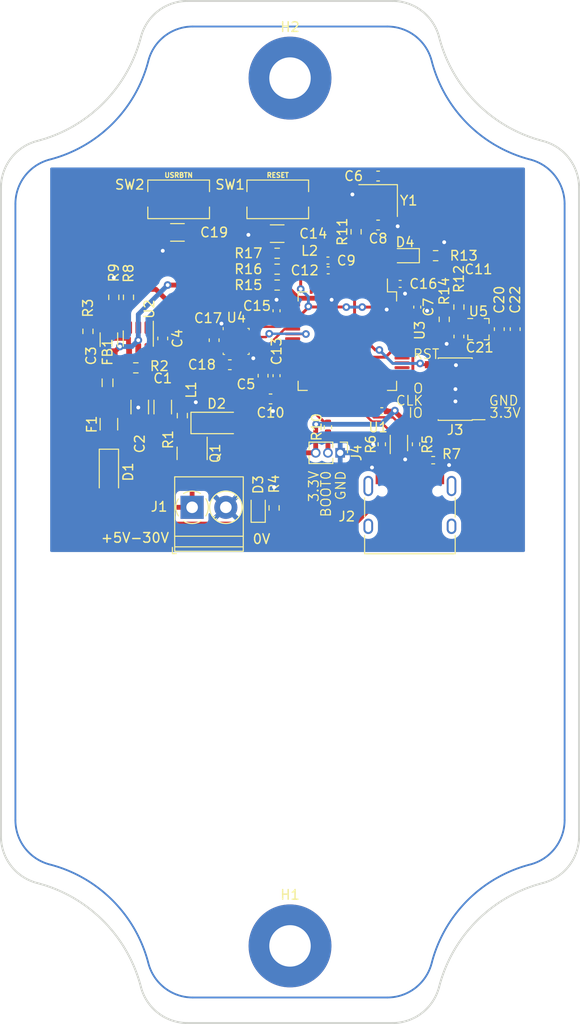
<source format=kicad_pcb>
(kicad_pcb (version 20221018) (generator pcbnew)
  (title_block (date "2023-05-21") (rev "A"))
  (layers (0 "F.Cu" signal) (31 "B.Cu" power) (34 "B.Paste" user) (35 "F.Paste" user) (36 "B.SilkS" user "B.Silkscreen") (37 "F.SilkS" user "F.Silkscreen") (38 "B.Mask" user) (39 "F.Mask" user) (44 "Edge.Cuts" user))
  (net 0 "")
  (net 1 "+3.3V")
  (net 2 "GND")
  (net 3 "+3.3VA")
  (net 4 "BUCK_IN")
  (net 5 "BUCK_SW")
  (net 6 "BUCK_BST")
  (net 7 "Net-(D1-K)")
  (net 8 "LED")
  (net 9 "+5V")
  (net 10 "Net-(D4-K)")
  (net 11 "Net-(F1-Pad1)")
  (net 12 "USB_CONN_D+")
  (net 13 "USB_CONN_D-")
  (net 14 "+24V")
  (net 15 "SWDIO")
  (net 16 "SWCLK")
  (net 17 "SWO")
  (net 20 "NRST")
  (net 21 "BUCK_FB")
  (net 22 "BUCK_EN")
  (net 23 "RCC_OSC_IN")
  (net 24 "RCC_OSC_OUT")
  (net 25 "BOOT0")
  (net 26 "USB_CONN_CC1")
  (net 27 "USB_CONN_CC2")
  (net 28 "Net-(J4-Pin_2)")
  (net 29 "VMEAS")
  (net 30 "SPI1_SCK")
  (net 31 "SPI1_MISO")
  (net 32 "SPI1_MOSI")
  (net 33 "SPI1_CSB")
  (net 34 "USB_OTG_FS_DN")
  (net 35 "I2C1_SDA")
  (net 36 "I2C1_SCL")
  (net 37 "USB_OTG_FS_DP")
  (net 38 "BTN1")
  (net 39 "Net-(C8-Pad1)")
  (net 40 "Net-(U3-VCAP1)")
  (net 41 "Net-(D2-A)")
  (net 42 "Net-(D3-K)")
  (net 43 "Net-(R16-Pad1)")
  (footprint "Package_TO_SOT_SMD:SOT-666" (layer "F.Cu") (at 97.155 95.123 90)
    (fp_text reference "U1")
    (fp_text value "USBLC6-2P6")
  )
  (footprint "LED_SMD:LED_0603_1608Metric" (layer "F.Cu") (at 97.79 75.692 180)
    (fp_text reference "D4")
    (fp_text value "GRN")
  )
  (footprint "Resistor_SMD:R_0603_1608Metric" (layer "F.Cu") (at 84.518 78.74 180)
    (fp_text reference "R15")
    (fp_text value "220k")
  )
  (footprint "Capacitor_SMD:C_0402_1005Metric" (layer "F.Cu") (at 84.455 88.138 90)
    (fp_text reference "C13")
    (fp_text value "100n")
  )
  (footprint "Resistor_SMD:R_0603_1608Metric" (layer "F.Cu") (at 67.564 80.01 90)
    (fp_text reference "R9")
    (fp_text value "10k")
  )
  (footprint "Resistor_SMD:R_0603_1608Metric" (layer "F.Cu") (at 103.382 81.0255 -90)
    (fp_text reference "R12")
    (fp_text value "10k")
  )
  (footprint "Connector_USB:USB_C_Receptacle_HRO_TYPE-C-31-M-12" (layer "F.Cu") (at 98.296 102.709)
    (fp_text reference "J2")
    (fp_text value "USB_C_Receptacle_USB2.0")
  )
  (footprint "Diode_SMD:D_MiniMELF" (layer "F.Cu") (at 78.232 93.042)
    (fp_text reference "D2")
    (fp_text value "ZMM5V6-M")
  )
  (footprint "Capacitor_SMD:C_1206_3216Metric" (layer "F.Cu") (at 72.644 91.391 90)
    (fp_text reference "C1")
    (fp_text value "10u")
  )
  (footprint "Connector_PinHeader_1.27mm:PinHeader_1x03_P1.27mm_Vertical" (layer "F.Cu") (at 91.059 96.139 -90)
    (fp_text reference "J4")
    (fp_text value "Conn_01x03_Pin")
  )
  (footprint "Package_QFP:LQFP-64_10x10mm_P0.5mm" (layer "F.Cu") (at 91.804 84.555 -90)
    (fp_text reference "U3")
    (fp_text value "STM32F401RCTx")
  )
  (footprint "Capacitor_SMD:C_0402_1005Metric" (layer "F.Cu") (at 89.789 76.2)
    (fp_text reference "C9")
    (fp_text value "1u")
  )
  (footprint "Diode_SMD:D_SOD-123" (layer "F.Cu") (at 67.056 98.122 -90)
    (fp_text reference "D1")
    (fp_text value "B5819W")
  )
  (footprint "Package_LGA:Bosch_LGA-8_2.5x2.5mm_P0.65mm_ClockwisePinNumbering" (layer "F.Cu") (at 80.264 84.582)
    (fp_text reference "U4")
    (fp_text value "BME280")
  )
  (footprint "MountingHole:MountingHole_4.3mm_M4_Pad" (layer "F.Cu") (at 85.852 147.276)
    (fp_text reference "H1")
    (fp_text value "MountingHole")
  )
  (footprint "Button_Switch_SMD:SW_Tactile_SPST_NO_Straight_CK_PTS636Sx25SMTRLFS" (layer "F.Cu") (at 84.582 69.85)
    (fp_text reference "SW1")
    (fp_text value "BTN_RSET")
  )
  (footprint "Capacitor_SMD:C_0402_1005Metric" (layer "F.Cu") (at 84.455 81.407 90)
    (fp_text reference "C15")
    (fp_text value "100n")
  )
  (footprint "Inductor_SMD:L_0402_1005Metric" (layer "F.Cu") (at 89.789 75.184 180)
    (fp_text reference "L2")
    (fp_text value "39n")
  )
  (footprint "Resistor_SMD:R_0603_1608Metric" (layer "F.Cu") (at 100.965 75.692 180)
    (fp_text reference "R13")
    (fp_text value "R47")
  )
  (footprint "Capacitor_SMD:C_1206_3216Metric" (layer "F.Cu") (at 84.52 73.406 180)
    (fp_text reference "C14")
    (fp_text value "0u1")
  )
  (footprint "Inductor_SMD:L_0805_2012Metric" (layer "F.Cu") (at 66.912 88.873 90)
    (fp_text reference "FB1")
    (fp_text value "600 @ 600MHz")
  )
  (footprint "Resistor_SMD:R_0603_1608Metric" (layer "F.Cu") (at 74.676 92.28 90)
    (fp_text reference "R1")
    (fp_text value "100k")
  )
  (footprint "Button_Switch_SMD:SW_Tactile_SPST_NO_Straight_CK_PTS636Sx25SMTRLFS" (layer "F.Cu") (at 74.295 69.85)
    (fp_text reference "SW2")
    (fp_text value "BTN1")
  )
  (footprint "Package_LGA:LGA-12_2x2mm_P0.5mm" (layer "F.Cu") (at 105.41 83.312)
    (fp_text reference "U5")
    (fp_text value "LIS2DW12")
  )
  (footprint "Capacitor_SMD:C_1206_3216Metric" (layer "F.Cu") (at 67.056 84.406 90)
    (fp_text reference "C3")
    (fp_text value "10u")
  )
  (footprint "Resistor_SMD:R_0603_1608Metric" (layer "F.Cu") (at 92.71 73.215 90)
    (fp_text reference "R11")
    (fp_text value "R47")
  )
  (footprint "Resistor_SMD:R_0603_1608Metric" (layer "F.Cu") (at 101.858 82.2955 -90)
    (fp_text reference "R14")
    (fp_text value "10k")
  )
  (footprint "Connector_PinHeader_1.27mm:PinHeader_2x05_P1.27mm_Vertical_SMD" (layer "F.Cu") (at 102.997 89.535 180)
    (fp_text reference "J3")
    (fp_text value "SWD")
  )
  (footprint "LED_SMD:LED_0603_1608Metric" (layer "F.Cu") (at 82.55 101.854 90)
    (fp_text reference "D3")
    (fp_text value "GRN")
  )
  (footprint "Resistor_SMD:R_0603_1608Metric" (layer "F.Cu") (at 84.201 101.854 -90)
    (fp_text reference "R4")
    (fp_text value "R47")
  )
  (footprint "Capacitor_SMD:C_0603_1608Metric" (layer "F.Cu") (at 109.224 83.3115 -90)
    (fp_text reference "C22")
    (fp_text value "10u")
  )
  (footprint "Capacitor_SMD:C_0603_1608Metric" (layer "F.Cu") (at 107.573 83.3115 -90)
    (fp_text reference "C20")
    (fp_text value "100n")
  )
  (footprint "Package_TO_SOT_SMD:SOT-23" (layer "F.Cu") (at 75.692 96.1898 -90)
    (fp_text reference "Q1")
    (fp_text value "AO3401A")
  )
  (footprint "Fuse:Fuse_1206_3216Metric" (layer "F.Cu") (at 67.056 93.169 -90)
    (fp_text reference "F1")
    (fp_text value "250mA")
  )
  (footprint "Resistor_SMD:R_0402_1005Metric" (layer "F.Cu") (at 100.711 96.901)
    (fp_text reference "R7")
    (fp_text value "5k1")
  )
  (footprint "Resistor_SMD:R_0603_1608Metric" (layer "F.Cu") (at 69.85 87.327 180)
    (fp_text reference "R2")
    (fp_text value "100k")
  )
  (footprint "Crystal:Crystal_SMD_3225-4Pin_3.2x2.5mm" (layer "F.Cu") (at 94.996 69.977 180)
    (fp_text reference "Y1")
    (fp_text value "16MHz")
  )
  (footprint "Capacitor_SMD:C_1206_3216Metric" (layer "F.Cu") (at 70.2564 91.391 90)
    (fp_text reference "C2")
    (fp_text value "10u")
  )
  (footprint "Resistor_SMD:R_0603_1608Metric" (layer "F.Cu") (at 64.88 83.539 90)
    (fp_text reference "R3")
    (fp_text value "68k")
  )
  (footprint "TerminalBlock_Phoenix:TerminalBlock_Phoenix_PT-1,5-2-3.5-H_1x02_P3.50mm_Horizontal" (layer "F.Cu") (at 75.692 101.789)
    (fp_text reference "J1")
    (fp_text value "Screw_Terminal_01x02")
  )
  (footprint "Capacitor_SMD:C_0603_1608Metric" (layer "F.Cu") (at 79.607 87.004)
    (fp_text reference "C18")
    (fp_text value "100n")
  )
  (footprint "Capacitor_SMD:C_0603_1608Metric" (layer "F.Cu") (at 103.382 84.0735 -90)
    (fp_text reference "C21")
    (fp_text value "100n")
  )
  (footprint "Package_TO_SOT_SMD:SOT-23-6" (layer "F.Cu") (at 70.104 84.2905 -90)
    (fp_text reference "U2")
    (fp_text value "TPMP2359DJ")
  )
  (footprint "Capacitor_SMD:C_0603_1608Metric" (layer "F.Cu") (at 94.996 67.437 180)
    (fp_text reference "C6")
    (fp_text value "10p")
  )
  (footprint "Capacitor_SMD:C_1206_3216Metric" (layer "F.Cu") (at 74.168 73.279 180)
    (fp_text reference "C19")
    (fp_text value "0u1")
  )
  (footprint "Capacitor_SMD:C_0603_1608Metric" (layer "F.Cu") (at 94.996 72.517)
    (fp_text reference "C8")
    (fp_text value "10p")
  )
  (footprint "Resistor_SMD:R_0603_1608Metric" (layer "F.Cu") (at 69.088 80.01 -90)
    (fp_text reference "R8")
    (fp_text value "30k")
  )
  (footprint "MountingHole:MountingHole_4.3mm_M4_Pad" (layer "F.Cu") (at 85.852 57.276)
    (fp_text reference "H2")
    (fp_text value "MountingHole")
  )
  (footprint "Capacitor_SMD:C_0402_1005Metric" (layer "F.Cu") (at 99.06 81.026 -90)
    (fp_text reference "C7")
    (fp_text value "100n")
  )
  (footprint "Capacitor_SMD:C_0402_1005Metric" (layer "F.Cu") (at 95.377 91.821 180)
    (fp_text reference "C11")
    (fp_text value "100n")
  )
  (footprint "Resistor_SMD:R_0603_1608Metric" (layer "F.Cu") (at 84.518 77.089)
    (fp_text reference "R16")
    (fp_text value "22k")
  )
  (footprint "Resistor_SMD:R_0402_1005Metric" (layer "F.Cu") (at 89.789 93.472 90)
    (fp_text reference "R10")
    (fp_text value "10k")
  )
  (footprint "Resistor_SMD:R_0402_1005Metric" (layer "F.Cu") (at 95.377 95.25 90)
    (fp_text reference "R6")
    (fp_text value "5k1")
  )
  (footprint "Capacitor_SMD:C_0402_1005Metric" (layer "F.Cu") (at 89.817 77.216)
    (fp_text reference "C12")
    (fp_text value "10n")
  )
  (footprint "Resistor_SMD:R_0603_1608Metric" (layer "F.Cu") (at 84.518 75.438 180)
    (fp_text reference "R17")
    (fp_text value "10k")
  )
  (footprint "Capacitor_SMD:C_0603_1608Metric" (layer "F.Cu") (at 77.978 84.455 90)
    (fp_text reference "C17")
    (fp_text value "100n")
  )
  (footprint "Capacitor_SMD:C_0603_1608Metric" (layer "F.Cu") (at 83.833 90.551 180)
    (fp_text reference "C10")
    (fp_text value "4u7")
  )
  (footprint "Capacitor_SMD:C_0603_1608Metric" (layer "F.Cu") (at 83.058 88.138 90)
    (fp_text reference "C5")
    (fp_text value "4u7")
  )
  (footprint "Inductor_SMD:L_0402_1005Metric" (layer "F.Cu") (at 74.422 89.613 -90)
    (fp_text reference "L1")
    (fp_text value "4.7u")
  )
  (footprint "Capacitor_SMD:C_0603_1608Metric" (layer "F.Cu") (at 72.644 84.279 90)
    (fp_text reference "C4")
    (fp_text value "10n")
  )
  (footprint "Capacitor_SMD:C_0402_1005Metric" (layer "F.Cu") (at 97.282 78.613)
    (fp_text reference "C16")
    (fp_text value "100n")
  )
  (footprint "Resistor_SMD:R_0402_1005Metric" (layer "F.Cu") (at 98.933 95.25 -90)
    (fp_text reference "R5")
    (fp_text value "1k5")
  )
  (gr_line (start 75.748671 152.626) (end 95.955329 152.626) (stroke (width 0.19)) (layer "B.Cu"))
  (gr_arc (start 75.748671 152.626) (mid 72.839901 151.631205) (end 71.149503 149.0635) (stroke (width 0.19)) (layer "B.Cu"))
  (gr_arc (start 71.149503 55.4885) (mid 72.839902 52.920795) (end 75.748671 51.926) (stroke (width 0.19)) (layer "B.Cu"))
  (gr_arc (start 110.7895 65.723503) (mid 104.275728 62.002272) (end 100.554497 55.4885) (stroke (width 0.19)) (layer "B.Cu"))
  (gr_arc (start 60.9145 138.828497) (mid 67.428272 142.549728) (end 71.149503 149.0635) (stroke (width 0.19)) (layer "B.Cu"))
  (gr_arc (start 100.554497 149.0635) (mid 98.864098 151.631205) (end 95.955329 152.626) (stroke (width 0.19)) (layer "B.Cu"))
  (gr_arc (start 114.352 134.229329) (mid 113.357194 137.138083) (end 110.7895 138.828497) (stroke (width 0.19)) (layer "B.Cu"))
  (gr_line (start 114.352 134.229329) (end 114.352 70.322671) (stroke (width 0.19)) (layer "B.Cu"))
  (gr_arc (start 60.9145 138.828497) (mid 58.346795 137.138098) (end 57.352 134.229329) (stroke (width 0.19)) (layer "B.Cu"))
  (gr_line (start 57.352 70.322671) (end 57.352 134.229329) (stroke (width 0.19)) (layer "B.Cu"))
  (gr_line (start 95.955329 51.926) (end 75.748671 51.926) (stroke (width 0.19)) (layer "B.Cu"))
  (gr_arc (start 95.955329 51.926) (mid 98.864099 52.920795) (end 100.554497 55.4885) (stroke (width 0.19)) (layer "B.Cu"))
  (gr_arc (start 100.554497 149.0635) (mid 104.275728 142.549728) (end 110.7895 138.828497) (stroke (width 0.19)) (layer "B.Cu"))
  (gr_arc (start 110.7895 65.723503) (mid 113.357205 67.413902) (end 114.352 70.322671) (stroke (width 0.19)) (layer "B.Cu"))
  (gr_arc (start 71.149503 55.4885) (mid 67.428272 62.002272) (end 60.9145 65.723503) (stroke (width 0.19)) (layer "B.Cu"))
  (gr_arc (start 57.352 70.322671) (mid 58.346795 67.413901) (end 60.9145 65.723503) (stroke (width 0.19)) (layer "B.Cu"))
  (gr_arc (start 101.328312 151.526) (mid 105.245398 144.669398) (end 112.102 140.752312) (stroke (width 0.2)) (layer "Edge.Cuts"))
  (gr_arc (start 70.375688 53.026) (mid 72.155055 50.323152) (end 75.216917 49.276) (stroke (width 0.2)) (layer "Edge.Cuts"))
  (gr_arc (start 96.487083 49.276) (mid 99.548954 50.323146) (end 101.328312 53.026) (stroke (width 0.2)) (layer "Edge.Cuts"))
  (gr_arc (start 55.852 68.640917) (mid 56.899154 65.579056) (end 59.602 63.799688) (stroke (width 0.2)) (layer "Edge.Cuts"))
  (gr_line (start 115.852 135.911083) (end 115.852 68.640917) (stroke (width 0.2)) (layer "Edge.Cuts"))
  (gr_arc (start 70.375688 53.026) (mid 66.458602 59.882602) (end 59.602 63.799688) (stroke (width 0.2)) (layer "Edge.Cuts"))
  (gr_line (start 75.216917 155.276) (end 96.487083 155.276) (stroke (width 0.2)) (layer "Edge.Cuts"))
  (gr_arc (start 115.852 135.911083) (mid 114.804854 138.972954) (end 112.102 140.752312) (stroke (width 0.2)) (layer "Edge.Cuts"))
  (gr_arc (start 59.602 140.752312) (mid 66.458602 144.669398) (end 70.375688 151.526) (stroke (width 0.2)) (layer "Edge.Cuts"))
  (gr_line (start 96.487083 49.276) (end 75.216917 49.276) (stroke (width 0.2)) (layer "Edge.Cuts"))
  (gr_arc (start 112.102 63.799688) (mid 114.80484 65.579056) (end 115.852 68.640917) (stroke (width 0.2)) (layer "Edge.Cuts"))
  (gr_arc (start 59.602 140.752312) (mid 56.899153 138.972945) (end 55.852 135.911083) (stroke (width 0.2)) (layer "Edge.Cuts"))
  (gr_arc (start 101.328312 151.526) (mid 99.548944 154.22884) (end 96.487083 155.276) (stroke (width 0.2)) (layer "Edge.Cuts"))
  (gr_arc (start 112.102 63.799688) (mid 105.245398 59.882602) (end 101.328312 53.026) (stroke (width 0.2)) (layer "Edge.Cuts"))
  (gr_arc (start 75.216917 155.276) (mid 72.155056 154.228846) (end 70.375688 151.526) (stroke (width 0.2)) (layer "Edge.Cuts"))
  (gr_line (start 55.852 68.640917) (end 55.852 135.911083) (stroke (width 0.2)) (layer "Edge.Cuts"))
  (gr_text "+5V-30V" (at 66.1416 105.537) (layer "F.SilkS") (effects (font (size 1 1)) (justify left bottom)))
  (gr_text "IO" (at 98.044 92.583) (layer "F.SilkS") (effects (font (size 1 1) (thickness 0.125)) (justify left bottom)))
  (gr_text "GND" (at 106.426 91.313) (layer "F.SilkS") (effects (font (size 1 1) (thickness 0.125)) (justify left bottom)))
  (gr_text "USRBTN" (at 74.295 67.6402) (layer "F.SilkS") (effects (font (size 0.5 0.5) (thickness 0.125)) (justify bottom)))
  (gr_text "RST" (at 98.552 86.487) (layer "F.SilkS") (effects (font (size 1 1) (thickness 0.125)) (justify left bottom)))
  (gr_text "BOOT0" (at 90.17 97.917 90) (layer "F.SilkS") (effects (font (size 1 1) (thickness 0.125)) (justify right bottom)))
  (gr_text "O" (at 98.552 90.043) (layer "F.SilkS") (effects (font (size 1 1) (thickness 0.125)) (justify left bottom)))
  (gr_text "GND" (at 91.694 97.917 90) (layer "F.SilkS") (effects (font (size 1 1) (thickness 0.125)) (justify right bottom)))
  (gr_text "3.3V" (at 88.9 97.917 90) (layer "F.SilkS") (effects (font (size 1 1) (thickness 0.125)) (justify right bottom)))
  (gr_text "CLK" (at 96.774 91.313) (layer "F.SilkS") (effects (font (size 1 1) (thickness 0.125)) (justify left bottom)))
  (gr_text "RESET" (at 84.582 67.6402) (layer "F.SilkS") (effects (font (size 0.5 0.5) (thickness 0.125)) (justify bottom)))
  (gr_text "3.3V" (at 106.4768 92.583) (layer "F.SilkS") (effects (font (size 1 1) (thickness 0.125)) (justify left bottom)))
  (gr_text "0V" (at 81.8896 105.664) (layer "F.SilkS") (effects (font (size 1 1)) (justify left bottom)))
  (segment (start 74.422 90.292993) (end 74.422 90.098) (width 0.5) (layer "F.Cu") (net 1))
  (segment (start 74.422 90.098) (end 75.738 90.098) (width 0.5) (layer "F.Cu") (net 1))
  (segment (start 88.519 96.139) (end 88.519 93.218) (width 0.5) (layer "F.Cu") (net 1))
  (segment (start 98.801 80.805) (end 99.06 80.546) (width 0.3) (layer "F.Cu") (net 1))
  (segment (start 102.112 81.4705) (end 103.382 80.2005) (width 0.25) (layer "F.Cu") (net 1))
  (segment (start 86.129 81.805) (end 87.005041 81.805) (width 0.3) (layer "F.Cu") (net 1))
  (segment (start 79.289 86.547) (end 78.832 87.004) (width 0.5) (layer "F.Cu") (net 1))
  (segment (start 79.289 84.932) (end 79.314 84.907) (width 0.5) (layer "F.Cu") (net 1))
  (segment (start 98.933 94.74) (end 98.933 94.037828) (width 0.5) (layer "F.Cu") (net 1))
  (segment (start 82.296 88.913) (end 83.058 88.913) (width 0.5) (layer "F.Cu") (net 1))
  (segment (start 97.479 80.805) (end 95.554 78.88) (width 0.3) (layer "F.Cu") (net 1))
  (segment (start 84.768 88.305) (end 86.129 88.305) (width 0.3) (layer "F.Cu") (net 1))
  (segment (start 69.088 79.185) (end 71.933 79.185) (width 0.5) (layer "F.Cu") (net 1))
  (segment (start 86.960188 76.504241) (end 88.950429 74.514) (width 0.3) (layer "F.Cu") (net 1))
  (segment (start 74.635 81.887) (end 74.606 81.858) (width 0.5) (layer "F.Cu") (net 1))
  (segment (start 79.314 84.907) (end 80.564 84.907) (width 0.5) (layer "F.Cu") (net 1))
  (segment (start 88.950429 74.514) (end 89.657571 74.514) (width 0.3) (layer "F.Cu") (net 1))
  (segment (start 103.382 80.2005) (end 104.3235 80.2005) (width 0.25) (layer "F.Cu") (net 1))
  (segment (start 79.048 85.366) (end 79.289 85.607) (width 0.25) (layer "F.Cu") (net 1))
  (segment (start 101.858 81.4705) (end 102.112 81.4705) (width 0.25) (layer "F.Cu") (net 1))
  (segment (start 87.757 80.9545) (end 87.8165 81.014) (width 0.3) (layer "F.Cu") (net 1))
  (segment (start 87.8165 81.014) (end 91.682 81.014) (width 0.3) (layer "F.Cu") (net 1))
  (segment (start 87.757 81.053041) (end 87.757 80.9545) (width 0.3) (layer "F.Cu") (net 1))
  (segment (start 84.455 81.887) (end 84.537 81.805) (width 0.25) (layer "F.Cu") (net 1))
  (segment (start 82.158 100.6745) (end 82.158 91.080594) (width 0.5) (layer "F.Cu") (net 1))
  (segment (start 82.158 91.080594) (end 82.158 89.051) (width 0.5) (layer "F.Cu") (net 1))
  (segment (start 74.606 81.858) (end 77.978 85.23) (width 0.5) (layer "F.Cu") (net 1))
  (segment (start 87.005041 81.805) (end 87.757 81.053041) (width 0.3) (layer "F.Cu") (net 1))
  (segment (start 84.455 81.887) (end 74.635 81.887) (width 0.5) (layer "F.Cu") (net 1))
  (segment (start 90.274 75.130429) (end 90.274 75.184) (width 0.3) (layer "F.Cu") (net 1))
  (segment (start 75.738 90.098) (end 78.832 87.004) (width 0.5) (layer "F.Cu") (net 1))
  (segment (start 95.857 91.821) (end 95.654 91.618) (width 0.5) (layer "F.Cu") (net 1))
  (segment (start 79.289 85.607) (end 79.289 86.547) (width 0.5) (layer "F.Cu") (net 1))
  (segment (start 93.345 81.026) (end 94.284041 81.026) (width 0.3) (layer "F.Cu") (net 1))
  (segment (start 71.933 79.185) (end 74.606 81.858) (width 0.5) (layer "F.Cu") (net 1))
  (segment (start 95.654 91.618) (end 95.654 90.23) (width 0.5) (layer "F.Cu") (net 1))
  (segment (start 79.289 85.607) (end 79.289 84.932) (width 0.5) (layer "F.Cu") (net 1))
  (segment (start 78.912 85.23) (end 79.289 85.607) (width 0.5) (layer "F.Cu") (net 1))
  (segment (start 104.3235 80.2005) (end 106.1725 82.0495) (width 0.25) (layer "F.Cu") (net 1))
  (segment (start 101.858 81.4705) (end 100.9335 80.546) (width 0.3) (layer "F.Cu") (net 1))
  (segment (start 72.644 92.866) (end 70.104 92.866) (width 0.5) (layer "F.Cu") (net 1))
  (segment (start 103.6185 83.062) (end 104.6475 83.062) (width 0.25) (layer "F.Cu") (net 1))
  (segment (start 72.644 92.070993) (end 74.422 90.292993) (width 0.5) (layer "F.Cu") (net 1))
  (segment (start 88.519 96.139) (end 87.216406 96.139) (width 0.5) (layer "F.Cu") (net 1))
  (segment (start 103.382 83.2985) (end 103.6185 83.062) (width 0.25) (layer "F.Cu") (net 1))
  (segment (start 95.554 91.518) (end 95.857 91.821) (width 0.3) (layer "F.Cu") (net 1))
  (segment (start 84.455 88.618) (end 84.768 88.305) (width 0.3) (layer "F.Cu") (net 1))
  (segment (start 84.412035 81.887) (end 84.455 81.887) (width 0.3) (layer "F.Cu") (net 1))
  (segment (start 95.554 79.756041) (end 95.554 78.88) (width 0.3) (layer "F.Cu") (net 1))
  (segment (start 80.589 84.932) (end 80.589 85.607) (width 0.5) (layer "F.Cu") (net 1))
  (segment (start 94.284041 81.026) (end 95.554 79.756041) (width 0.3) (layer "F.Cu") (net 1))
  (segment (start 96.716172 91.821) (end 95.857 91.821) (width 0.5) (layer "F.Cu") (net 1))
  (segment (start 86.960188 79.155812) (end 86.960188 76.504241) (width 0.3) (layer "F.Cu") (net 1))
  (segment (start 84.537 81.805) (end 86.129 81.805) (width 0.25) (layer "F.Cu") (net 1))
  (segment (start 88.519 93.218) (end 88.562502 93.174498) (width 0.5) (layer "F.Cu") (net 1))
  (segment (start 80.741 88.913) (end 82.296 88.913) (width 0.5) (layer "F.Cu") (net 1))
  (segment (start 89.657571 74.514) (end 90.274 75.130429) (width 0.3) (layer "F.Cu") (net 1))
  (segment (start 98.933 94.037828) (end 96.716172 91.821) (width 0.5) (layer "F.Cu") (net 1))
  (segment (start 107.573 82.5365) (end 109.097 82.5365) (width 0.3) (layer "F.Cu") (net 1))
  (segment (start 106.1725 82.562) (end 107.5475 82.562) (width 0.25) (layer "F.Cu") (net 1))
  (segment (start 98.933 94.74) (end 102.282 94.74) (width 0.5) (layer "F.Cu") (net 1))
  (segment (start 95.554 78.88) (end 96.535 78.88) (width 0.25) (layer "F.Cu") (net 1))
  (segment (start 84.16 88.913) (end 84.455 88.618) (width 0.5) (layer "F.Cu") (net 1))
  (segment (start 83.058 88.913) (end 84.16 88.913) (width 0.5) (layer "F.Cu") (net 1))
  (segment (start 95.554 90.23) (end 95.554 91.518) (width 0.3) (layer "F.Cu") (net 1))
  (segment (start 72.644 92.866) (end 72.644 92.070993) (width 0.5) (layer "F.Cu") (net 1))
  (segment (start 106.1725 83.062) (end 106.1725 82.562) (width 0.25) (layer "F.Cu") (net 1))
  (segment (start 77.956 85.366) (end 79.048 85.366) (width 0.25) (layer "F.Cu") (net 1))
  (segment (start 87.216406 96.139) (end 82.158 91.080594) (width 0.5) (layer "F.Cu") (net 1))
  (segment (start 77.978 85.23) (end 78.912 85.23) (width 0.5) (layer "F.Cu") (net 1))
  (segment (start 82.55 101.0665) (end 82.158 100.6745) (width 0.5) (layer "F.Cu") (net 1))
  (segment (start 91.682 81.014) (end 91.694 81.026) (width 0.3) (layer "F.Cu") (net 1))
  (segment (start 80.564 84.907) (end 80.589 84.932) (width 0.5) (layer "F.Cu") (net 1))
  (segment (start 102.282 94.74) (end 104.947 92.075) (width 0.5) (layer "F.Cu") (net 1))
  (segment (start 97.479 80.805) (end 98.801 80.805) (width 0.3) (layer "F.Cu") (net 1))
  (segment (start 106.1725 82.0495) (end 106.1725 82.562) (width 0.25) (layer "F.Cu") (net 1))
  (segment (start 78.832 87.004) (end 80.741 88.913) (width 0.5) (layer "F.Cu") (net 1))
  (segment (start 82.158 89.051) (end 82.296 88.913) (width 0.5) (layer "F.Cu") (net 1))
  (segment (start 96.535 78.88) (end 96.802 78.613) (width 0.25) (layer "F.Cu") (net 1))
  (segment (start 100.9335 80.546) (end 99.06 80.546) (width 0.3) (layer "F.Cu") (net 1))
  (segment (start 107.5475 82.562) (end 107.573 82.5365) (width 0.25) (layer "F.Cu") (net 1))
  (via (at 91.694 81.026) (size 0.8) (drill 0.4) (layers "F.Cu" "B.Cu") (net 1))
  (via (at 88.562502 93.174498) (size 0.8) (drill 0.4) (layers "F.Cu" "B.Cu") (net 1))
  (via (at 87.757 80.9545) (size 0.8) (drill 0.4) (layers "F.Cu" "B.Cu") (net 1))
  (via (at 96.733726 91.758438) (size 0.8) (drill 0.4) (layers "F.Cu" "B.Cu") (net 1))
  (via (at 86.960188 79.155812) (size 0.8) (drill 0.4) (layers "F.Cu" "B.Cu") (net 1))
  (via (at 93.345 81.026) (size 0.8) (drill 0.4) (layers "F.Cu" "B.Cu") (net 1))
  (segment (start 87.757 79.952624) (end 86.960188 79.155812) (width 0.3) (layer "B.Cu") (net 1))
  (segment (start 88.562502 93.174498) (end 95.317666 93.174498) (width 0.5) (layer "B.Cu") (net 1))
  (segment (start 91.694 81.026) (end 93.345 81.026) (width 0.3) (layer "B.Cu") (net 1))
  (segment (start 87.757 80.9545) (end 87.757 79.952624) (width 0.3) (layer "B.Cu") (net 1))
  (segment (start 95.317666 93.174498) (end 96.733726 91.758438) (width 0.5) (layer "B.Cu") (net 1))
  (segment (start 107.573 84.0865) (end 109.097 84.0865) (width 0.3) (layer "F.Cu") (net 2))
  (segment (start 105.16 84.562) (end 105.16 84.0745) (width 0.25) (layer "F.Cu") (net 2))
  (segment (start 90.297 76.2) (end 90.297 77.216) (width 0.5) (layer "F.Cu") (net 2))
  (segment (start 101.546 97.226) (end 101.546 98.664) (width 0.5) (layer "F.Cu") (net 2))
  (segment (start 84.833 81.305) (end 86.129 81.305) (width 0.25) (layer "F.Cu") (net 2))
  (segment (start 101.79 74.359) (end 101.854 74.295) (width 0.3) (layer "F.Cu") (net 2))
  (segment (start 97.479 81.305) (end 98.859 81.305) (width 0.3) (layer "F.Cu") (net 2))
  (segment (start 93.896 69.127) (end 92.544 69.127) (width 0.3) (layer "F.Cu") (net 2))
  (segment (start 83.045 73.406) (end 83.311 73.406) (width 0.5) (layer "F.Cu") (net 2))
  (segment (start 95.054 90.23) (end 95.054 91.664) (width 0.3) (layer "F.Cu") (net 2))
  (segment (start 94.221 67.437) (end 94.221 68.802) (width 0.5) (layer "F.Cu") (net 2))
  (segment (start 79.289 83.2855) (end 78.74 82.7365) (width 0.3) (layer "F.Cu") (net 2))
  (segment (start 97.762 78.613) (end 97.762 79.601) (width 0.3) (layer "F.Cu") (net 2))
  (segment (start 95.377 94.74) (end 94.998 94.74) (width 0.25) (layer "F.Cu") (net 2))
  (segment (start 80.382 87.004) (end 79.939 86.561) (width 0.25) (layer "F.Cu") (net 2))
  (segment (start 72.693 73.279) (end 72.693 75.135) (width 0.5) (layer "F.Cu") (net 2))
  (segment (start 80.741 87.363) (end 80.382 87.004) (width 0.5) (layer "F.Cu") (net 2))
  (segment (start 95.046 98.664) (end 95.046 98.348) (width 0.25) (layer "F.Cu") (net 2))
  (segment (start 97.479 81.305) (end 95.91 81.305) (width 0.3) (layer "F.Cu") (net 2))
  (segment (start 105.16 84.0745) (end 106.16 84.0745) (width 0.25) (layer "F.Cu") (net 2))
  (segment (start 83.058 90.779218) (end 84.086891 91.808109) (width 0.3) (layer "F.Cu") (net 2))
  (segment (start 90.054 78.88) (end 90.054 77.459) (width 0.3) (layer "F.Cu") (net 2))
  (segment (start 84.455 87.658) (end 84.602 87.805) (width 0.3) (layer "F.Cu") (net 2))
  (segment (start 70.42 71.006) (end 72.693 73.279) (width 0.5) (layer "F.Cu") (net 2))
  (segment (start 67.056 82.931) (end 66.639 82.514) (width 0.5) (layer "F.Cu") (net 2))
  (segment (start 66.639 80.11) (end 67.564 79.185) (width 0.5) (layer "F.Cu") (net 2))
  (segment (start 84.455 80.927) (end 84.833 81.305) (width 0.25) (layer "F.Cu") (net 2))
  (segment (start 66.839 82.714) (end 67.056 82.931) (width 0.5) (layer "F.Cu") (net 2))
  (segment (start 79.939 86.561) (end 79.939 85.607) (width 0.25) (layer "F.Cu") (net 2))
  (segment (start 74.676 91.455) (end 75.2385 90.8925) (width 0.5) (layer "F.Cu") (net 2))
  (segment (start 96.096 70.827) (end 96.096 72.192) (width 0.5) (layer "F.Cu") (net 2))
  (segment (start 72.693 75.135) (end 72.644 75.184) (width 0.5) (layer "F.Cu") (net 2))
  (segment (start 84.602 87.805) (end 86.129 87.805) (width 0.3) (layer "F.Cu") (net 2))
  (segment (start 97.4545 96.8225) (end 97.804098 96.8225) (width 0.25) (layer "F.Cu") (net 2))
  (segment (start 75.2385 90.8925) (end 76.073 90.8925) (width 0.5) (layer "F.Cu") (net 2))
  (segment (start 103.382 84.8485) (end 104.8735 84.8485) (width 0.25) (layer "F.Cu") (net 2))
  (segment (start 94.998 94.74) (end 94.488 95.25) (width 0.25) (layer "F.Cu") (net 2))
  (segment (start 94.221 68.802) (end 93.896 69.127) (width 0.5) (layer "F.Cu") (net 2))
  (segment (start 83.058 90.551) (end 83.058 90.779218) (width 0.3) (layer "F.Cu") (net 2))
  (segment (start 83.045 73.406) (end 81.661 73.406) (width 0.3) (layer "F.Cu") (net 2))
  (segment (start 101.221 96.901) (end 101.854 96.901) (width 0.5) (layer "F.Cu") (net 2))
  (segment (start 70.42 69.85) (end 70.42 71.006) (width 0.5) (layer "F.Cu") (net 2))
  (segment (start 84.16 87.363) (end 84.455 87.658) (width 0.5) (layer "F.Cu") (net 2))
  (segment (start 70.104 89.916) (end 72.644 89.916) (width 0.5) (layer "F.Cu") (net 2))
  (segment (start 83.311 73.406) (end 85.343 75.438) (width 0.5) (layer "F.Cu") (net 2))
  (segment (start 90.054 77.459) (end 90.297 77.216) (width 0.3) (layer "F.Cu") (net 2))
  (segment (start 83.801 87.004) (end 84.455 87.658) (width 0.5) (layer "F.Cu") (net 2))
  (segment (start 96.096 72.192) (end 95.771 72.517) (width 0.5) (layer "F.Cu") (net 2))
  (segment (start 90.054 80.148) (end 90.17 80.264) (width 0.3) (layer "F.Cu") (net 2))
  (segment (start 101.221 96.901) (end 101.546 97.226) (width 0.5) (layer "F.Cu") (net 2))
  (segment (start 106.16 84.0745) (end 106.1725 84.062) (width 0.25) (layer "F.Cu") (net 2))
  (segment (start 79.289 83.557) (end 78.215 83.557) (width 0.25) (layer "F.Cu") (net 2))
  (segment (start 70.104 89.916) (end 70.104 91.44) (width 0.5) (layer "F.Cu") (net 2))
  (segment (start 79.289 83.557) (end 79.289 83.2855) (width 0.3) (layer "F.Cu") (net 2))
  (segment (start 97.762 79.601) (end 97.79 79.629) (width 0.3) (layer "F.Cu") (net 2))
  (segment (start 92.544 69.127) (end 92.329 69.342) (width 0.3) (layer "F.Cu") (net 2))
  (segment (start 83.058 87.363) (end 80.741 87.363) (width 0.5) (layer "F.Cu") (net 2))
  (segment (start 97.155 96.523) (end 97.4545 96.8225) (width 0.25) (layer "F.Cu") (net 2))
  (segment (start 80.382 87.004) (end 83.801 87.004) (width 0.5) (layer "F.Cu") (net 2))
  (segment (start 84.455 80.927) (end 84.455 80.264) (width 0.5) (layer "F.Cu") (net 2))
  (segment (start 77.978 83.4985) (end 78.74 82.7365) (width 0.3) (layer "F.Cu") (net 2))
  (segment (start 80.707 71.068) (end 83.045 73.406) (width 0.5) (layer "F.Cu") (net 2))
  (segment (start 104.8735 84.8485) (end 105.16 84.562) (width 0.25) (layer "F.Cu") (net 2))
  (segment (start 84.201 101.029) (end 84.201 99.695) (width 0.5) (layer "F.Cu") (net 2))
  (segment (start 99.06 81.506) (end 99.977 81.506) (width 0.5) (layer "F.Cu") (net 2))
  (segment (start 66.639 82.514) (end 66.639 80.11) (width 0.5) (layer "F.Cu") (net 2))
  (segment (start 95.054 91.664) (end 94.897 91.821) (width 0.3) (layer "F.Cu") (net 2))
  (segment (start 77.978 83.68) (end 77.978 83.4985) (width 0.3) (layer "F.Cu") (net 2))
  (segment (start 103.0732 87.0458) (end 103.124 86.995) (width 0.3) (layer "F.Cu") (net 2))
  (segment (start 67.564 79.185) (end 67.564 77.978) (width 0.5) (layer "F.Cu") (net 2))
  (segment (start 103.124 86.995) (end 104.947 86.995) (width 0.3) (layer "F.Cu") (net 2))
  (segment (start 83.058 87.363) (end 84.16 87.363) (width 0.5) (layer "F.Cu") (net 2))
  (segment (start 81.661 73.406) (end 81.534 73.533) (width 0.3) (layer "F.Cu") (net 2))
  (segment (start 96.901 72.517) (end 97.028 72.644) (width 0.3) (layer "F.Cu") (net 2))
  (segment (start 90.054 78.88) (end 90.054 80.148) (width 0.3) (layer "F.Cu") (net 2))
  (segment (start 104.947 89.535) (end 103.0224 89.535) (width 0.3) (layer "F.Cu") (net 2))
  (segment (start 102.1205 84.8485) (end 102.108 84.836) (width 0.5) (layer "F.Cu") (net 2))
  (segment (start 107.5485 84.062) (end 107.573 84.0865) (width 0.25) (layer "F.Cu") (net 2))
  (segment (start 81.3695 87.004) (end 82.042 86.3315) (width 0.5) (layer "F.Cu") (net 2))
  (segment (start 80.382 87.004) (end 81.3695 87.004) (width 0.5) (layer "F.Cu") (net 2))
  (segment (start 106.1725 84.062) (end 107.5485 84.062) (width 0.25) (layer "F.Cu") (net 2))
  (segment (start 97.155 96.048) (end 97.155 96.523) (width 0.25) (layer "F.Cu") (net 2))
  (segment (start 104.947 90.805) (end 103.0224 90.805) (width 0.3) (layer "F.Cu") (net 2))
  (segment (start 99.977 81.506) (end 100.076 81.407) (width 0.5) (layer "F.Cu") (net 2))
  (segment (start 106.1725 83.562) (end 106.1725 84.062) (width 0.25) (layer "F.Cu") (net 2))
  (segment (start 95.046 98.348) (end 94.361 97.663) (width 0.25) (layer "F.Cu") (net 2))
  (segment (start 98.859 81.305) (end 99.06 81.506) (width 0.3) (layer "F.Cu") (net 2))
  (segment (start 80.707 69.85) (end 80.707 71.068) (width 0.5) (layer "F.Cu") (net 2))
  (segment (start 64.88 82.714) (end 66.839 82.714) (width 0.5) (layer "F.Cu") (net 2))
  (segment (start 95.91 81.305) (end 95.885 81.28) (width 0.3) (layer "F.Cu") (net 2))
  (segment (start 78.215 83.557) (end 77.956 83.816) (width 0.25) (layer "F.Cu") (net 2))
  (segment (start 95.771 72.517) (end 96.901 72.517) (width 0.3) (layer "F.Cu") (net 2))
  (segment (start 103.382 84.8485) (end 102.1205 84.8485) (width 0.5) (layer "F.Cu") (net 2))
  (segment (start 101.854 96.901) (end 102.362 97.409) (width 0.5) (layer "F.Cu") (net 2))
  (segment (start 101.79 75.692) (end 101.79 74.359) (width 0.3) (layer "F.Cu") (net 2))
  (via (at 76.073 90.8925) (size 0.8) (drill 0.4) (layers "F.Cu" "B.Cu") (net 2))
  (via (at 101.854 74.295) (size 0.8) (drill 0.4) (layers "F.Cu" "B.Cu") (net 2))
  (via (at 70.104 91.44) (size 0.8) (drill 0.4) (layers "F.Cu" "B.Cu") (net 2))
  (via (at 84.086891 91.808109) (size 0.8) (drill 0.4) (layers "F.Cu" "B.Cu") (net 2))
  (via (at 103.0224 90.805) (size 0.8) (drill 0.4) (layers "F.Cu" "B.Cu") (net 2))
  (via (at 97.028 72.644) (size 0.8) (drill 0.4) (layers "F.Cu" "B.Cu") (net 2))
  (via (at 92.329 69.342) (size 0.8) (drill 0.4) (layers "F.Cu" "B.Cu") (net 2))
  (via (at 90.17 80.264) (size 0.8) (drill 0.4) (layers "F.Cu" "B.Cu") (net 2))
  (via (at 67.564 77.978) (size 0.8) (drill 0.4) (layers "F.Cu" "B.Cu") (net 2))
  (via (at 84.455 80.264) (size 0.8) (drill 0.4) (layers "F.Cu" "B.Cu") (net 2))
  (via (at 97.804098 96.8225) (size 0.8) (drill 0.4) (layers "F.Cu" "B.Cu") (net 2))
  (via (at 103.0732 87.0458) (size 0.8) (drill 0.4) (layers "F.Cu" "B.Cu") (net 2))
  (via (at 82.042 86.3315) (size 0.8) (drill 0.4) (layers "F.Cu" "B.Cu") (net 2))
  (via (at 78.74 82.7365) (size 0.8) (drill 0.4) (layers "F.Cu" "B.Cu") (net 2))
  (via (at 102.362 97.409) (size 0.8) (drill 0.4) (layers "F.Cu" "B.Cu") (net 2))
  (via (at 94.488 95.25) (size 0.8) (drill 0.4) (layers "F.Cu" "B.Cu") (net 2))
  (via (at 97.79 79.629) (size 0.8) (drill 0.4) (layers "F.Cu" "B.Cu") (net 2))
  (via (at 84.201 99.695) (size 0.8) (drill 0.4) (layers "F.Cu" "B.Cu") (net 2))
  (via (at 81.534 73.533) (size 0.8) (drill 0.4) (layers "F.Cu" "B.Cu") (net 2))
  (via (at 100.076 81.407) (size 0.8) (drill 0.4) (layers "F.Cu" "B.Cu") (net 2))
  (via (at 72.644 75.184) (size 0.8) (drill 0.4) (layers "F.Cu" "B.Cu") (net 2))
  (via (at 95.885 81.28) (size 0.8) (drill 0.4) (layers "F.Cu" "B.Cu") (net 2))
  (via (at 94.361 97.663) (size 0.8) (drill 0.4) (layers "F.Cu" "B.Cu") (net 2))
  (via (at 103.0224 89.535) (size 0.8) (drill 0.4) (layers "F.Cu" "B.Cu") (net 2))
  (via (at 102.108 84.836) (size 0.8) (drill 0.4) (layers "F.Cu" "B.Cu") (net 2))
  (segment (start 89.554 77.433) (end 89.337 77.216) (width 0.3) (layer "F.Cu") (net 3))
  (segment (start 89.304 76.167) (end 89.337 76.2) (width 0.5) (layer "F.Cu") (net 3))
  (segment (start 89.304 75.184) (end 89.304 76.167) (width 0.5) (layer "F.Cu") (net 3))
  (segment (start 89.337 76.2) (end 89.337 77.216) (width 0.5) (layer "F.Cu") (net 3))
  (segment (start 89.554 78.88) (end 89.554 77.433) (width 0.3) (layer "F.Cu") (net 3))
  (segment (start 70.104 86.756) (end 70.104 85.428) (width 0.5) (layer "F.Cu") (net 4))
  (segment (start 67.433 85.881) (end 68.199 85.115) (width 0.5) (layer "F.Cu") (net 4))
  (segment (start 67.056 85.881) (end 67.056 87.6665) (width 0.5) (layer "F.Cu") (net 4))
  (segment (start 67.056 85.881) (end 67.433 85.881) (width 0.5) (layer "F.Cu") (net 4))
  (segment (start 67.056 87.6665) (end 66.912 87.8105) (width 0.5) (layer "F.Cu") (net 4))
  (segment (start 73.152 78.74) (end 83.693 78.74) (width 0.5) (layer "F.Cu") (net 4))
  (segment (start 70.104 84.455) (end 70.104 85.428) (width 0.5) (layer "F.Cu") (net 4))
  (segment (start 70.675 87.327) (end 70.104 86.756) (width 0.5) (layer "F.Cu") (net 4))
  (via (at 68.199 85.115) (size 0.8) (drill 0.4) (layers "F.Cu" "B.Cu") (net 4))
  (via (at 70.104 84.455) (size 0.8) (drill 0.4) (layers "F.Cu" "B.Cu") (net 4))
  (via (at 73.152 78.74) (size 0.8) (drill 0.4) (layers "F.Cu" "B.Cu") (net 4))
  (segment (start 70.104 84.455) (end 70.104 81.788) (width 0.5) (layer "B.Cu") (net 4))
  (segment (start 68.199 85.115) (end 69.444 85.115) (width 0.5) (layer "B.Cu") (net 4))
  (segment (start 70.104 81.788) (end 73.152 78.74) (width 0.5) (layer "B.Cu") (net 4))
  (segment (start 69.444 85.115) (end 70.104 84.455) (width 0.5) (layer "B.Cu") (net 4))
  (segment (start 71.054 85.428) (end 72.27 85.428) (width 0.5) (layer "F.Cu") (net 5))
  (segment (start 72.27 85.428) (end 72.644 85.054) (width 0.5) (layer "F.Cu") (net 5))
  (segment (start 72.644 83.504) (end 71.405 83.504) (width 0.5) (layer "F.Cu") (net 6))
  (segment (start 71.405 83.504) (end 71.054 83.153) (width 0.5) (layer "F.Cu") (net 6))
  (segment (start 68.834 94.566) (end 67.059 94.566) (width 0.5) (layer "F.Cu") (net 7))
  (segment (start 76.642 93.075) (end 76.581 93.014) (width 0.5) (layer "F.Cu") (net 7))
  (segment (start 67.056 96.472) (end 67.056 94.569) (width 0.5) (layer "F.Cu") (net 7))
  (segment (start 76.482 93.618) (end 74.742 95.358) (width 0.5) (layer "F.Cu") (net 7))
  (segment (start 67.059 94.566) (end 67.056 94.569) (width 0.5) (layer "F.Cu") (net 7))
  (segment (start 69.626 95.358) (end 68.834 94.566) (width 0.5) (layer "F.Cu") (net 7))
  (segment (start 76.482 93.042) (end 76.482 93.618) (width 0.5) (layer "F.Cu") (net 7))
  (segment (start 74.742 95.358) (end 69.626 95.358) (width 0.5) (layer "F.Cu") (net 7))
  (segment (start 97.0025 75.692) (end 95.054 77.6405) (width 0.3) (layer "F.Cu") (net 8))
  (segment (start 95.054 77.6405) (end 95.054 78.88) (width 0.3) (layer "F.Cu") (net 8))
  (segment (start 95.846 97.668661) (end 93.738 95.560661) (width 0.3) (layer "F.Cu") (net 9))
  (segment (start 92.562497 103.529) (end 95.157497 100.934) (width 0.5) (layer "F.Cu") (net 9))
  (segment (start 100.746 99.382274) (end 100.646 99.482274) (width 0.5) (layer "F.Cu") (net 9))
  (segment (start 96.08 94.873) (end 97.105 94.873) (width 0.3) (layer "F.Cu") (net 9))
  (segment (start 93.738 94.939339) (end 94.557339 94.12) (width 0.3) (layer "F.Cu") (net 9))
  (segment (start 95.846 99.368) (end 95.946 99.468) (width 0.5) (layer "F.Cu") (net 9))
  (segment (start 95.846 99.523695) (end 96.496 100.173695) (width 0.3) (layer "F.Cu") (net 9))
  (segment (start 96.496 100.189) (end 96.596 100.289) (width 0.5) (layer "F.Cu") (net 9))
  (segment (start 97.105 94.873) (end 97.155 94.823) (width 0.3) (layer "F.Cu") (net 9))
  (segment (start 100.746 99.523695) (end 100.096 100.173695) (width 0.3) (layer "F.Cu") (net 9))
  (segment (start 95.157497 100.934) (end 95.751 100.934) (width 0.5) (layer "F.Cu") (net 9))
  (segment (start 100.096 100.173695) (end 100.096 100.189) (width 0.3) (layer "F.Cu") (net 9))
  (segment (start 96.08 94.407252) (end 96.08 94.873) (width 0.3) (layer "F.Cu") (net 9))
  (segment (start 95.846 98.664) (end 95.846 99.368) (width 0.5) (layer "F.Cu") (net 9))
  (segment (start 95.846 98.664) (end 95.846 97.668661) (width 0.3) (layer "F.Cu") (net 9))
  (segment (start 96.596 100.289) (end 99.996 100.289) (width 0.5) (layer "F.Cu") (net 9))
  (segment (start 95.792748 94.12) (end 96.08 94.407252) (width 0.3) (layer "F.Cu") (net 9))
  (segment (start 95.751 100.934) (end 96.496 100.189) (width 0.5) (layer "F.Cu") (net 9))
  (segment (start 93.738 95.560661) (end 93.738 94.939339) (width 0.3) (layer "F.Cu") (net 9))
  (segment (start 70.813 103.529) (end 92.562497 103.529) (width 0.5) (layer "F.Cu") (net 9))
  (segment (start 100.746 98.664) (end 100.746 99.523695) (width 0.3) (layer "F.Cu") (net 9))
  (segment (start 97.155 94.823) (end 97.155 94.198) (width 0.3) (layer "F.Cu") (net 9))
  (segment (start 96.496 100.173695) (end 96.496 100.189) (width 0.3) (layer "F.Cu") (net 9))
  (segment (start 100.746 98.664) (end 100.746 99.382274) (width 0.5) (layer "F.Cu") (net 9))
  (segment (start 67.056 99.772) (end 70.813 103.529) (width 0.5) (layer "F.Cu") (net 9))
  (segment (start 99.996 100.289) (end 100.096 100.189) (width 0.5) (layer "F.Cu") (net 9))
  (segment (start 94.557339 94.12) (end 95.792748 94.12) (width 0.3) (layer "F.Cu") (net 9))
  (segment (start 95.846 98.664) (end 95.846 99.523695) (width 0.3) (layer "F.Cu") (net 9))
  (segment (start 98.5775 75.692) (end 100.14 75.692) (width 0.3) (layer "F.Cu") (net 10))
  (segment (start 66.912 91.625) (end 67.056 91.769) (width 0.5) (layer "F.Cu") (net 11))
  (segment (start 66.912 89.9355) (end 66.912 91.625) (width 0.5) (layer "F.Cu") (net 11))
  (segment (start 97.6925 95.973) (end 98.72 95.973) (width 0.3) (layer "F.Cu") (net 12))
  (segment (start 98.046 98.664) (end 98.046 99.689) (width 0.25) (layer "F.Cu") (net 12))
  (segment (start 99.046 95.873) (end 99.046 98.664) (width 0.25) (layer "F.Cu") (net 12))
  (segment (start 98.933 95.76) (end 99.046 95.873) (width 0.25) (layer "F.Cu") (net 12))
  (segment (start 98.914 99.714) (end 99.046 99.582) (width 0.25) (layer "F.Cu") (net 12))
  (segment (start 98.071 99.714) (end 98.914 99.714) (width 0.25) (layer "F.Cu") (net 12))
  (segment (start 98.72 95.973) (end 98.933 95.76) (width 0.3) (layer "F.Cu") (net 12))
  (segment (start 98.046 99.689) (end 98.071 99.714) (width 0.25) (layer "F.Cu") (net 12))
  (segment (start 99.046 99.582) (end 99.046 98.664) (width 0.25) (layer "F.Cu") (net 12))
  (segment (start 97.770396 95.973) (end 97.6925 95.973) (width 0.25) (layer "F.Cu") (net 12))
  (segment (start 97.546 98.664) (end 97.546 97.639) (width 0.25) (layer "F.Cu") (net 13))
  (segment (start 98.521 97.614) (end 98.546 97.639) (width 0.25) (layer "F.Cu") (net 13))
  (segment (start 97.571 97.614) (end 98.521 97.614) (width 0.25) (layer "F.Cu") (net 13))
  (segment (start 98.546 97.639) (end 98.546 98.664) (width 0.25) (layer "F.Cu") (net 13))
  (segment (start 96.6175 96.6605) (end 97.571 97.614) (width 0.25) (layer "F.Cu") (net 13))
  (segment (start 97.546 97.639) (end 97.571 97.614) (width 0.25) (layer "F.Cu") (net 13))
  (segment (start 96.6175 95.973) (end 96.6175 96.6605) (width 0.25) (layer "F.Cu") (net 13))
  (segment (start 97.247 89.105) (end 94.802959 89.105) (width 0.3) (layer "F.Cu") (net 15))
  (segment (start 101.047 92.075) (end 100.217 92.075) (width 0.3) (layer "F.Cu") (net 15))
  (segment (start 94.802959 89.105) (end 94.554 89.353959) (width 0.3) (layer "F.Cu") (net 15))
  (segment (start 94.554 89.353959) (end 94.554 90.23) (width 0.3) (layer "F.Cu") (net 15))
  (segment (start 100.217 92.075) (end 97.247 89.105) (width 0.3) (layer "F.Cu") (net 15))
  (segment (start 101.047 90.805) (end 99.979 90.805) (width 0.3) (layer "F.Cu") (net 16))
  (segment (start 99.979 90.805) (end 97.479 88.305) (width 0.3) (layer "F.Cu") (net 16))
  (segment (start 98.604 85.523) (end 98.386 85.305) (width 0.3) (layer "F.Cu") (net 17))
  (segment (start 98.386 85.305) (end 97.479 85.305) (width 0.3) (layer "F.Cu") (net 17))
  (segment (start 98.604 87.922) (end 98.604 85.523) (width 0.3) (layer "F.Cu") (net 17))
  (segment (start 100.217 89.535) (end 98.604 87.922) (width 0.3) (layer "F.Cu") (net 17))
  (segment (start 101.047 89.535) (end 100.217 89.535) (width 0.3) (layer "F.Cu") (net 17))
  (segment (start 85.995 72.312) (end 88.457 69.85) (width 0.5) (layer "F.Cu") (net 20))
  (segment (start 99.4805 86.995) (end 99.3535 86.868) (width 0.3) (layer "F.Cu") (net 20))
  (segment (start 92.554 78.003959) (end 92.554 78.88) (width 0.3) (layer "F.Cu") (net 20))
  (segment (start 101.047 86.995) (end 99.4805 86.995) (width 0.3) (layer "F.Cu") (net 20))
  (segment (start 95.123 85.471) (end 94.7075 85.471) (width 0.3) (layer "F.Cu") (net 20))
  (segment (start 91.694 73.087) (end 91.694 77.143959) (width 0.3) (layer "F.Cu") (net 20))
  (segment (start 91.694 77.143959) (end 92.554 78.003959) (width 0.3) (layer "F.Cu") (net 20))
  (segment (start 94.7075 85.471) (end 92.554 83.3175) (width 0.3) (layer "F.Cu") (net 20))
  (segment (start 92.554 83.3175) (end 92.554 78.88) (width 0.3) (layer "F.Cu") (net 20))
  (segment (start 88.457 69.85) (end 91.694 73.087) (width 0.3) (layer "F.Cu") (net 20))
  (segment (start 85.995 73.406) (end 85.995 72.312) (width 0.5) (layer "F.Cu") (net 20))
  (via (at 99.3535 86.868) (size 0.8) (drill 0.4) (layers "F.Cu" "B.Cu") (net 20))
  (via (at 95.123 85.471) (size 0.8) (drill 0.4) (layers "F.Cu" "B.Cu") (net 20))
  (segment (start 96.52 86.868) (end 95.123 85.471) (width 0.3) (layer "B.Cu") (net 20))
  (segment (start 99.3535 86.868) (end 96.52 86.868) (width 0.3) (layer "B.Cu") (net 20))
  (segment (start 69.088 80.786) (end 67.564 80.786) (width 0.5) (layer "F.Cu") (net 21))
  (segment (start 69.088 83.087) (end 69.154 83.153) (width 0.5) (layer "F.Cu") (net 21))
  (segment (start 69.088 80.786) (end 69.088 83.087) (width 0.5) (layer "F.Cu") (net 21))
  (segment (start 69.154 87.198) (end 69.025 87.327) (width 0.5) (layer "F.Cu") (net 22))
  (segment (start 69.088 84.2655) (end 69.088 85.362) (width 0.5) (layer "F.Cu") (net 22))
  (segment (start 64.88 84.364) (end 64.9785 84.2655) (width 0.5) (layer "F.Cu") (net 22))
  (segment (start 69.088 85.362) (end 69.154 85.428) (width 0.5) (layer "F.Cu") (net 22))
  (segment (start 64.9785 84.2655) (end 69.088 84.2655) (width 0.5) (layer "F.Cu") (net 22))
  (segment (start 69.154 85.428) (end 69.154 87.198) (width 0.5) (layer "F.Cu") (net 22))
  (segment (start 94.996 76.597315) (end 93.554 78.039315) (width 0.25) (layer "F.Cu") (net 23))
  (segment (start 95.771 68.802) (end 96.096 69.127) (width 0.5) (layer "F.Cu") (net 23))
  (segment (start 93.554 78.039315) (end 93.554 78.88) (width 0.25) (layer "F.Cu") (net 23))
  (segment (start 95.771 67.437) (end 95.771 68.802) (width 0.5) (layer "F.Cu") (net 23))
  (segment (start 94.996 69.977) (end 94.996 76.597315) (width 0.25) (layer "F.Cu") (net 23))
  (segment (start 96.096 69.127) (end 95.846 69.127) (width 0.25) (layer "F.Cu") (net 23))
  (segment (start 95.846 69.127) (end 94.996 69.977) (width 0.25) (layer "F.Cu") (net 23))
  (segment (start 93.054 74.384) (end 93.054 78.88) (width 0.25) (layer "F.Cu") (net 24))
  (segment (start 92.71 74.04) (end 93.054 74.384) (width 0.25) (layer "F.Cu") (net 24))
  (segment (start 89.789 92.962) (end 89.409959 92.962) (width 0.3) (layer "F.Cu") (net 25))
  (segment (start 87.503 89.154) (end 90.436 86.221) (width 0.3) (layer "F.Cu") (net 25))
  (segment (start 95.77 86.221) (end 96.354 85.637) (width 0.3) (layer "F.Cu") (net 25))
  (segment (start 90.436 86.221) (end 95.77 86.221) (width 0.3) (layer "F.Cu") (net 25))
  (segment (start 96.354 83.053959) (end 96.602959 82.805) (width 0.3) (layer "F.Cu") (net 25))
  (segment (start 96.354 85.637) (end 96.354 83.053959) (width 0.3) (layer "F.Cu") (net 25))
  (segment (start 89.409959 92.962) (end 87.503 91.055041) (width 0.3) (layer "F.Cu") (net 25))
  (segment (start 96.602959 82.805) (end 97.479 82.805) (width 0.3) (layer "F.Cu") (net 25))
  (segment (start 87.503 91.055041) (end 87.503 89.154) (width 0.3) (layer "F.Cu") (net 25))
  (segment (start 97.046 97.725396) (end 97.046 98.664) (width 0.25) (layer "F.Cu") (net 26))
  (segment (start 95.377 95.76) (end 95.377 96.056396) (width 0.25) (layer "F.Cu") (net 26))
  (segment (start 95.377 96.056396) (end 97.046 97.725396) (width 0.25) (layer "F.Cu") (net 26))
  (segment (start 100.201 96.901) (end 100.046 97.056) (width 0.3) (layer "F.Cu") (net 27))
  (segment (start 100.046 97.056) (end 100.046 98.664) (width 0.3) (layer "F.Cu") (net 27))
  (segment (start 89.789 93.982) (end 89.789 96.139) (width 0.5) (layer "F.Cu") (net 28))
  (segment (start 89.054 79.983) (end 89.054 78.88) (width 0.3) (layer "F.Cu") (net 29))
  (segment (start 85.343 77.089) (end 85.343 78.74) (width 0.5) (layer "F.Cu") (net 29))
  (segment (start 86.708 80.105) (end 88.932 80.105) (width 0.5) (layer "F.Cu") (net 29))
  (segment (start 88.932 80.105) (end 89.027 80.01) (width 0.5) (layer "F.Cu") (net 29))
  (segment (start 89.027 80.01) (end 89.054 79.983) (width 0.3) (layer "F.Cu") (net 29))
  (segment (start 85.343 78.74) (end 86.708 80.105) (width 0.5) (layer "F.Cu") (net 29))
  (segment (start 85.141005 82.805) (end 84.88169 83.064315) (width 0.25) (layer "F.Cu") (net 30))
  (segment (start 81.731685 83.064315) (end 81.239 83.557) (width 0.25) (layer "F.Cu") (net 30))
  (segment (start 86.129 82.805) (end 85.141005 82.805) (width 0.25) (layer "F.Cu") (net 30))
  (segment (start 84.88169 83.064315) (end 81.731685 83.064315) (width 0.25) (layer "F.Cu") (net 30))
  (segment (start 81.239 85.607) (end 82.5035 85.607) (width 0.25) (layer "F.Cu") (net 31))
  (segment (start 86.129 83.305) (end 85.277401 83.305) (width 0.25) (layer "F.Cu") (net 31))
  (segment (start 85.277401 83.305) (end 82.975401 85.607) (width 0.25) (layer "F.Cu") (net 31))
  (segment (start 82.975401 85.607) (end 81.239 85.607) (width 0.25) (layer "F.Cu") (net 31))
  (segment (start 87.503 83.82) (end 86.144 83.82) (width 0.25) (layer "F.Cu") (net 32))
  (segment (start 80.589 84.057) (end 80.664 84.132) (width 0.25) (layer "F.Cu") (net 32))
  (segment (start 83.349815 84.132) (end 83.693 83.788815) (width 0.25) (layer "F.Cu") (net 32))
  (segment (start 80.589 83.557) (end 80.589 84.057) (width 0.25) (layer "F.Cu") (net 32))
  (segment (start 80.664 84.132) (end 83.349815 84.132) (width 0.25) (layer "F.Cu") (net 32))
  (segment (start 86.144 83.82) (end 86.129 83.805) (width 0.25) (layer "F.Cu") (net 32))
  (via (at 83.693 83.788815) (size 0.8) (drill 0.4) (layers "F.Cu" "B.Cu") (net 32))
  (via (at 87.503 83.82) (size 0.8) (drill 0.4) (layers "F.Cu" "B.Cu") (net 32))
  (segment (start 87.471815 83.788815) (end 87.503 83.82) (width 0.25) (layer "B.Cu") (net 32))
  (segment (start 83.693 83.788815) (end 87.471815 83.788815) (width 0.25) (layer "B.Cu") (net 32))
  (segment (start 85.004609 82.305) (end 84.817609 82.492) (width 0.25) (layer "F.Cu") (net 33))
  (segment (start 80.504 82.492) (end 79.939 83.057) (width 0.25) (layer "F.Cu") (net 33))
  (segment (start 84.817609 82.492) (end 80.504 82.492) (width 0.25) (layer "F.Cu") (net 33))
  (segment (start 86.129 82.305) (end 85.004609 82.305) (width 0.25) (layer "F.Cu") (net 33))
  (segment (start 79.939 83.057) (end 79.939 83.557) (width 0.25) (layer "F.Cu") (net 33))
  (segment (start 93.578999 91.059) (end 93.578999 90.254999) (width 0.25) (layer "F.Cu") (net 34))
  (segment (start 95.2505 92.906) (end 94.377995 92.906) (width 0.25) (layer "F.Cu") (net 34))
  (segment (start 96.6175 94.273) (end 95.2505 92.906) (width 0.25) (layer "F.Cu") (net 34))
  (segment (start 96.6175 94.172981) (end 96.6175 94.273) (width 0.2) (layer "F.Cu") (net 34))
  (segment (start 93.578999 91.059) (end 93.578999 92.071622) (width 0.25) (layer "F.Cu") (net 34))
  (segment (start 94.377995 92.906) (end 93.578999 92.107004) (width 0.25) (layer "F.Cu") (net 34))
  (segment (start 93.578999 90.254999) (end 93.554 90.23) (width 0.25) (layer "F.Cu") (net 34))
  (segment (start 93.578999 92.107004) (end 93.578999 92.071622) (width 0.25) (layer "F.Cu") (net 34))
  (segment (start 97.479 83.305) (end 101.6735 83.305) (width 0.3) (layer "F.Cu") (net 35))
  (segment (start 104.6475 84.062) (end 104.636 84.0735) (width 0.25) (layer "F.Cu") (net 35))
  (segment (start 104.636 84.0735) (end 102.811 84.0735) (width 0.25) (layer "F.Cu") (net 35))
  (segment (start 101.6735 83.305) (end 101.858 83.1205) (width 0.3) (layer "F.Cu") (net 35))
  (segment (start 102.811 84.0735) (end 101.858 83.1205) (width 0.25) (layer "F.Cu") (net 35))
  (segment (start 103.382 81.8505) (end 103.936 81.8505) (width 0.25) (layer "F.Cu") (net 36))
  (segment (start 103.382 81.8505) (end 102.9275 82.305) (width 0.3) (layer "F.Cu") (net 36))
  (segment (start 103.936 81.8505) (end 104.6475 82.562) (width 0.25) (layer "F.Cu") (net 36))
  (segment (start 102.9275 82.305) (end 97.479 82.305) (width 0.3) (layer "F.Cu") (net 36))
  (segment (start 94.054 91.860256) (end 94.029001 91.885255) (width 0.25) (layer "F.Cu") (net 37))
  (segment (start 96.538 92.456) (end 97.6925 93.6105) (width 0.25) (layer "F.Cu") (net 37))
  (segment (start 94.029001 90.254999) (end 94.054 90.23) (width 0.25) (layer "F.Cu") (net 37))
  (segment (start 94.054 90.23) (end 94.054 91.860256) (width 0.25) (layer "F.Cu") (net 37))
  (segment (start 96.538 92.456) (end 94.564391 92.456) (width 0.25) (layer "F.Cu") (net 37))
  (segment (start 94.029001 91.92061) (end 94.029001 91.885255) (width 0.25) (layer "F.Cu") (net 37))
  (segment (start 94.564391 92.456) (end 94.029001 91.92061) (width 0.25) (layer "F.Cu") (net 37))
  (segment (start 94.029001 91.186) (end 94.029001 90.254999) (width 0.25) (layer "F.Cu") (net 37))
  (segment (start 97.605 94.1855) (end 97.6925 94.273) (width 0.2) (layer "F.Cu") (net 37))
  (segment (start 97.6925 93.6105) (end 97.6925 94.273) (width 0.25) (layer "F.Cu") (net 37))
  (segment (start 94.029001 91.186) (end 94.029001 91.885255) (width 0.2) (layer "F.Cu") (net 37))
  (segment (start 78.17 70.752) (end 75.643 73.279) (width 0.5) (layer "F.Cu") (net 38))
  (segment (start 78.17 69.85) (end 78.17 70.752) (width 0.5) (layer "F.Cu") (net 38))
  (segment (start 92.837 72.517) (end 92.71 72.39) (width 0.25) (layer "F.Cu") (net 39))
  (segment (start 93.896 72.192) (end 94.221 72.517) (width 0.25) (layer "F.Cu") (net 39))
  (segment (start 93.896 70.827) (end 93.896 72.192) (width 0.25) (layer "F.Cu") (net 39))
  (segment (start 94.221 72.517) (end 92.837 72.517) (width 0.25) (layer "F.Cu") (net 39))
  (segment (start 85.358 90.551) (end 87.376 88.533) (width 0.3) (layer "F.Cu") (net 40))
  (segment (start 87.376 88.533) (end 87.376 87.675959) (width 0.3) (layer "F.Cu") (net 40))
  (segment (start 84.608 90.551) (end 85.358 90.551) (width 0.3) (layer "F.Cu") (net 40))
  (segment (start 87.005041 87.305) (end 86.129 87.305) (width 0.3) (layer "F.Cu") (net 40))
  (segment (start 87.376 87.675959) (end 87.005041 87.305) (width 0.3) (layer "F.Cu") (net 40))
  (segment (start 75.792051 91.742) (end 74.676 92.858051) (width 0.5) (layer "F.Cu") (net 41))
  (segment (start 76.642 95.358) (end 77.666 95.358) (width 0.5) (layer "F.Cu") (net 41))
  (segment (start 74.676 92.858051) (end 74.676 93.105) (width 0.5) (layer "F.Cu") (net 41))
  (segment (start 74.767 93.014) (end 74.676 93.105) (width 0.3) (layer "F.Cu") (net 41))
  (segment (start 78.682 91.742) (end 75.792051 91.742) (width 0.5) (layer "F.Cu") (net 41))
  (segment (start 79.982 93.042) (end 78.682 91.742) (width 0.5) (layer "F.Cu") (net 41))
  (segment (start 77.666 95.358) (end 79.982 93.042) (width 0.5) (layer "F.Cu") (net 41))
  (segment (start 82.55 102.6415) (end 84.1635 102.6415) (width 0.5) (layer "F.Cu") (net 42))
  (segment (start 84.1635 102.6415) (end 84.201 102.679) (width 0.5) (layer "F.Cu") (net 42))
  (segment (start 83.693 75.438) (end 83.693 77.089) (width 0.5) (layer "F.Cu") (net 43))
  (zone (net 5) (net_name "BUCK_SW") (layer "F.Cu") (name "BUCK_SW") (priority 1) (connect_pads (clearance 0.5)) (min_thickness 0.25) (fill yes (thermal_gap 0.5) (thermal_bridge_width 0.5) (smoothing fillet) (radius 1))
    (polygon (pts (xy 70.866 86.487) (xy 73.914 89.535) (xy 75.565 89.535) (xy 76.8096 88.2142) (xy 73.279 84.455) (xy 70.866 84.455)))
  )
  (zone (net 2) (net_name "GND") (layer "F.Cu") (priority 3) (connect_pads (clearance 0.5)) (min_thickness 0.25) (fill yes (thermal_gap 0.5) (thermal_bridge_width 0.5))
    (polygon (pts (xy 77.597 82.423) (xy 77.597 83.947) (xy 79.375 83.947) (xy 79.375 82.423)))
  )
  (zone (net 14) (net_name "+24V") (layer "F.Cu") (connect_pads (clearance 0.5)) (min_thickness 0.25) (fill yes (thermal_gap 0.5) (thermal_bridge_width 0.5))
    (polygon (pts (xy 76.835 96.647) (xy 71.628 96.647) (xy 71.628 102.997) (xy 76.835 102.997)))
  )
  (zone (net 2) (net_name "GND") (layer "B.Cu") (priority 2) (connect_pads (clearance 0.5)) (min_thickness 0.25) (fill yes (thermal_gap 0.5) (thermal_bridge_width 0.5))
    (polygon (pts (xy 60.96 66.548) (xy 60.96 106.426) (xy 110.236 106.426) (xy 110.236 66.548) (xy 110.109 66.548)))
  )
)
</source>
